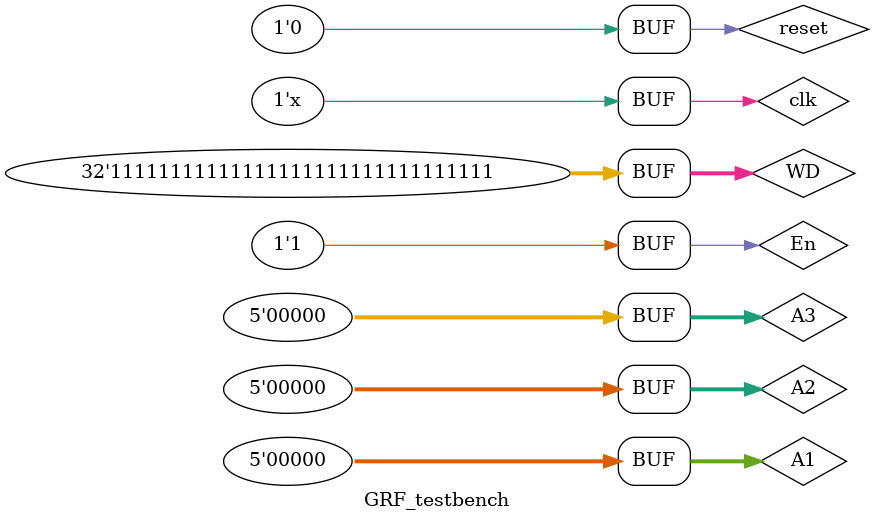
<source format=v>
`timescale 1ns / 1ps


module GRF_testbench;

	// Inputs
	reg clk;
	reg reset;
	reg [4:0] A1;
	reg [4:0] A2;
	reg [4:0] A3;
	reg [31:0] WD;
	reg En;

	// Outputs
	wire [31:0] BUSA;
	wire [31:0] BUSB;

	// Instantiate the Unit Under Test (UUT)
	GRF uut (
		.clk(clk), 
		.reset(reset), 
		.A1(A1), 
		.A2(A2), 
		.A3(A3), 
		.WD(WD), 
		.En(En), 
		.BUSA(BUSA), 
		.BUSB(BUSB)
	);

	initial begin
		// Initialize Inputs
		clk = 0;
		reset = 0;
		A1 = 0;
		A2 = 0;
		A3 = 0;
		WD = 0;
		En = 0;

		// Wait 100 ns for global reset to finish
		#100;
      
		//²âÊÔÊ¹ÄÜ¶Ë
		En=1;
		A3=5'b00000;
		WD=32'hffffffff;
	end
	
		always #5 clk=~clk;
      
endmodule


</source>
